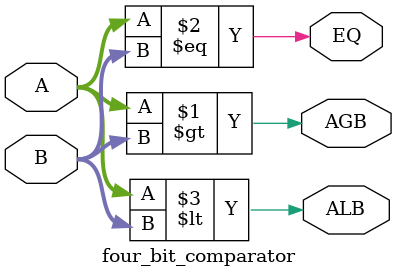
<source format=v>
`timescale 1ns / 1ps
module four_bit_comparator(A,B,AGB, EQ, ALB);
    input signed [3:0] A;
    input signed [3:0] B;
    output AGB, EQ, ALB;
	 
	 assign AGB = A > B;
	 assign EQ = A == B;
	 assign ALB = A < B;
	 
	 
//	 always @(*)
//	 begin
//		if(A == B)
//		begin
//			AGB = 0;
//			EQ = 1;
//			ALB = 0;
//		end
//		//AÀÇ ºÎÈ£°¡ À½¼öÀÎ °æ¿ì
//		else if(A[3] == 1 && B[3] == 0)
//		begin
//			AGB = 0;
//			EQ = 0;
//			ALB = 1;
//		end
//		//BÀÇ ºÎÈ£°¡ À½¼öÀÎ °æ¿ì
//		else if(A[3] == 0 && B[3] == 1)
//		begin
//			AGB = 1;
//			EQ = 0;
//			ALB = 0;
//		end
//		//A > B ÀÎ °æ¿ì
//		else if(A > B)
//		begin
//			AGB = 1;
//			EQ = 0;
//			ALB = 0;
//		end
//		else
//		begin
//			AGB = 0;
//			EQ = 0;
//			ALB = 1;
//		end
//	 end
	 
endmodule

</source>
